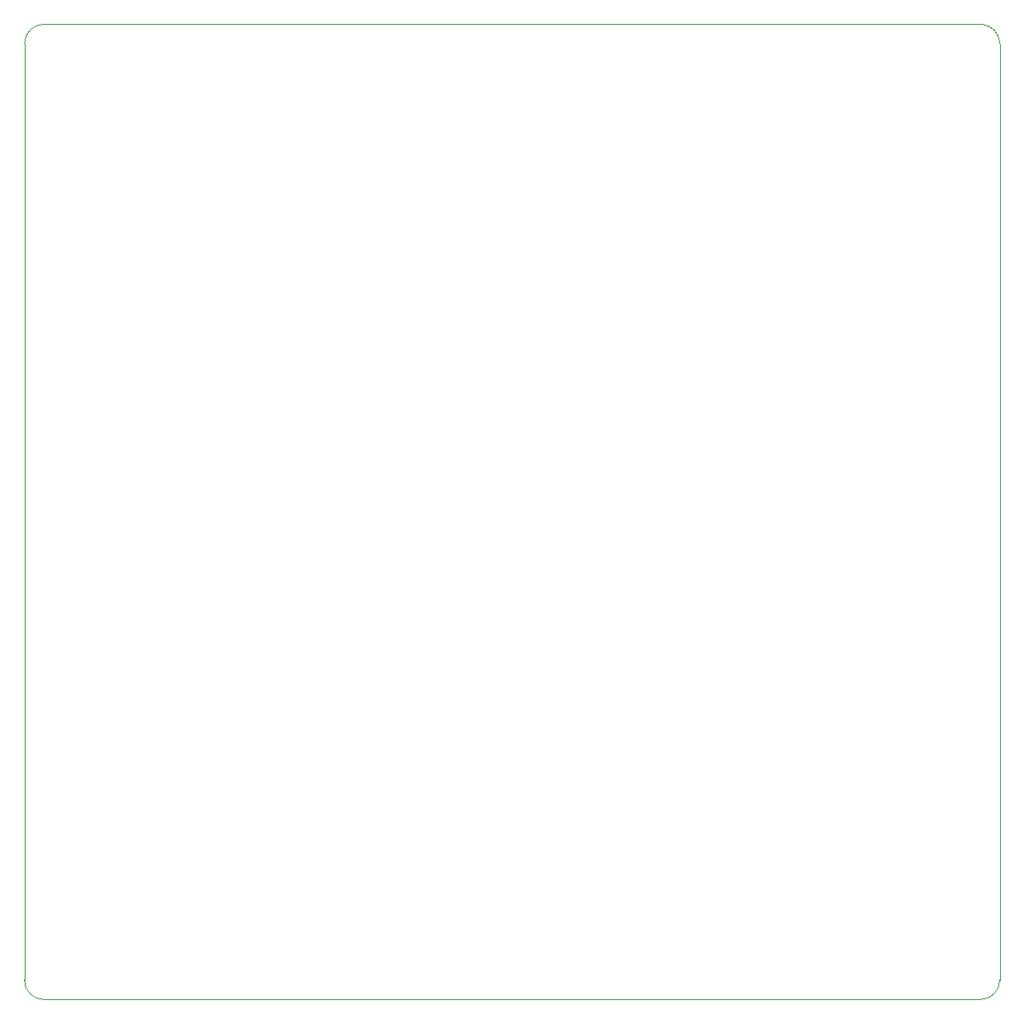
<source format=gm1>
%TF.GenerationSoftware,KiCad,Pcbnew,4.0.2-stable*%
%TF.CreationDate,2016-07-27T00:50:33+02:00*%
%TF.ProjectId,ReST,526553542E6B696361645F7063620000,Rev. A*%
%TF.FileFunction,Profile,NP*%
%FSLAX46Y46*%
G04 Gerber Fmt 4.6, Leading zero omitted, Abs format (unit mm)*
G04 Created by KiCad (PCBNEW 4.0.2-stable) date 27.07.2016 00:50:33*
%MOMM*%
G01*
G04 APERTURE LIST*
%ADD10C,0.100000*%
%ADD11C,0.010000*%
G04 APERTURE END LIST*
D10*
D11*
X119450000Y-163450000D02*
X119450000Y-67450000D01*
X21450000Y-165450000D02*
X117450000Y-165450000D01*
X19450000Y-67450000D02*
X19450000Y-163450000D01*
X117450000Y-65450000D02*
X21450000Y-65450000D01*
X119450000Y-67450000D02*
G75*
G03X117450000Y-65450000I-2000000J0D01*
G01*
X21450000Y-65450000D02*
G75*
G03X19450000Y-67450000I0J-2000000D01*
G01*
X19450000Y-163450000D02*
G75*
G03X21450000Y-165450000I2000000J0D01*
G01*
X117450000Y-165450000D02*
G75*
G03X119450000Y-163450000I0J2000000D01*
G01*
M02*

</source>
